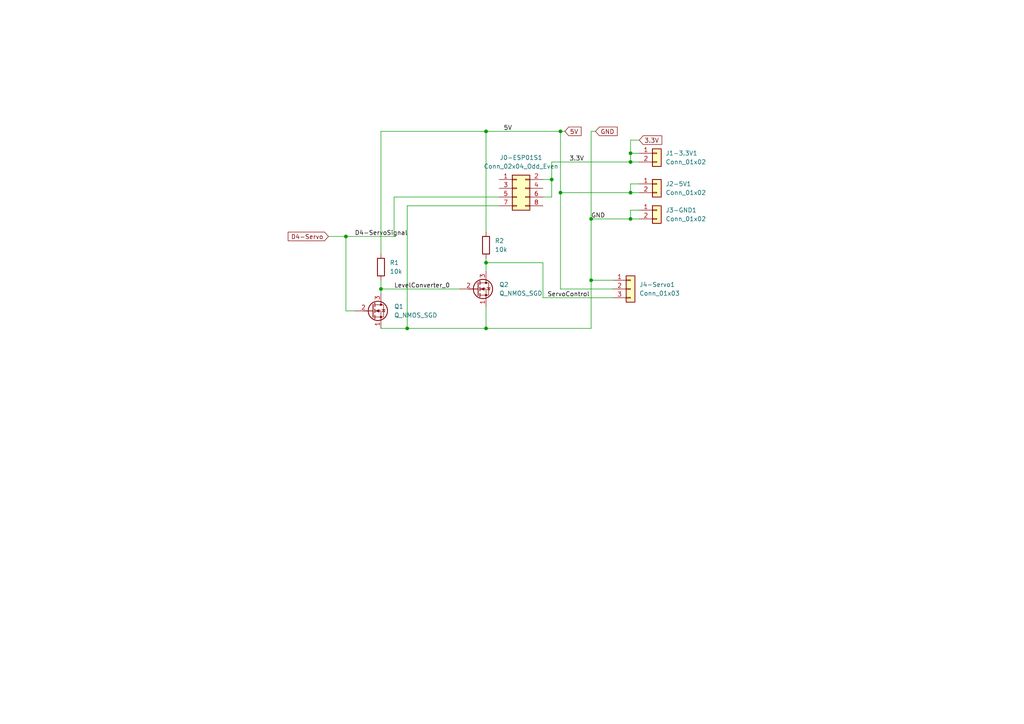
<source format=kicad_sch>
(kicad_sch (version 20230121) (generator eeschema)
  (paper "A4")
  (lib_symbols
    (symbol "Connector_Generic:Conn_01x02" (pin_names (offset 1.016) hide)
      (property "Reference" "J" (at 0 2.54 0))
      (property "Value" "Conn_01x02" (at 0 -5.08 0))
      (symbol "Conn_01x02_1_1"
        (rectangle (start -1.27 -2.413) (end 0 -2.667) (stroke (width 0.1524)))
        (rectangle (start -1.27 0.127) (end 0 -0.127) (stroke (width 0.1524)))
        (rectangle (start -1.27 1.27) (end 1.27 -3.81) (stroke (width 0.254)) (fill (type background)))
        (pin passive line (at -5.08 0 0) (length 3.81) (name "Pin_1") (number "1"))
        (pin passive line (at -5.08 -2.54 0) (length 3.81) (name "Pin_2") (number "2"))
      )
    )
    (symbol "Connector_Generic:Conn_01x03" (pin_names (offset 1.016) hide)
      (property "Reference" "J" (at 0 5.08 0))
      (property "Value" "Conn_01x03" (at 0 -5.08 0))
      (symbol "Conn_01x03_1_1"
        (rectangle (start -1.27 -2.413) (end 0 -2.667) (stroke (width 0.1524)))
        (rectangle (start -1.27 0.127) (end 0 -0.127) (stroke (width 0.1524)))
        (rectangle (start -1.27 2.667) (end 0 2.413) (stroke (width 0.1524)))
        (rectangle (start -1.27 3.81) (end 1.27 -3.81) (stroke (width 0.254)) (fill (type background)))
        (pin passive line (at -5.08 2.54 0) (length 3.81) (name "Pin_1") (number "1"))
        (pin passive line (at -5.08 0 0) (length 3.81) (name "Pin_2") (number "2"))
        (pin passive line (at -5.08 -2.54 0) (length 3.81) (name "Pin_3") (number "3"))
      )
    )
    (symbol "Connector_Generic:Conn_02x04_Odd_Even" (pin_names (offset 1.016) hide)
      (property "Reference" "J" (at 1.27 5.08 0))
      (property "Value" "Conn_02x04_Odd_Even" (at 1.27 -7.62 0))
      (symbol "Conn_02x04_Odd_Even_1_1"
        (rectangle (start -1.27 -4.953) (end 0 -5.207) (stroke (width 0.1524)))
        (rectangle (start -1.27 -2.413) (end 0 -2.667) (stroke (width 0.1524)))
        (rectangle (start -1.27 0.127) (end 0 -0.127) (stroke (width 0.1524)))
        (rectangle (start -1.27 2.667) (end 0 2.413) (stroke (width 0.1524)))
        (rectangle (start -1.27 3.81) (end 3.81 -6.35) (stroke (width 0.254)) (fill (type background)))
        (rectangle (start 3.81 -4.953) (end 2.54 -5.207) (stroke (width 0.1524)))
        (rectangle (start 3.81 -2.413) (end 2.54 -2.667) (stroke (width 0.1524)))
        (rectangle (start 3.81 0.127) (end 2.54 -0.127) (stroke (width 0.1524)))
        (rectangle (start 3.81 2.667) (end 2.54 2.413) (stroke (width 0.1524)))
        (pin passive line (at -5.08 2.54 0) (length 3.81) (name "Pin_1") (number "1"))
        (pin passive line (at 7.62 2.54 180) (length 3.81) (name "Pin_2") (number "2"))
        (pin passive line (at -5.08 0 0) (length 3.81) (name "Pin_3") (number "3"))
        (pin passive line (at 7.62 0 180) (length 3.81) (name "Pin_4") (number "4"))
        (pin passive line (at -5.08 -2.54 0) (length 3.81) (name "Pin_5") (number "5"))
        (pin passive line (at 7.62 -2.54 180) (length 3.81) (name "Pin_6") (number "6"))
        (pin passive line (at -5.08 -5.08 0) (length 3.81) (name "Pin_7") (number "7"))
        (pin passive line (at 7.62 -5.08 180) (length 3.81) (name "Pin_8") (number "8"))
      )
    )
    (symbol "Device:Q_NMOS_SGD" (pin_names (offset 0) hide)
      (property "Reference" "Q" (at 5.08 1.27 0))
      (property "Value" "Q_NMOS_SGD" (at 5.08 -1.27 0))
      (symbol "Q_NMOS_SGD_0_1"
        (polyline (pts (xy 0.254 0) (xy -2.54 0)))
        (polyline (pts (xy 0.254 1.905) (xy 0.254 -1.905)) (stroke (width 0.254)))
        (polyline (pts (xy 0.762 -1.27) (xy 0.762 -2.286)) (stroke (width 0.254)))
        (polyline (pts (xy 0.762 0.508) (xy 0.762 -0.508)) (stroke (width 0.254)))
        (polyline (pts (xy 0.762 2.286) (xy 0.762 1.27)) (stroke (width 0.254)))
        (polyline (pts (xy 2.54 2.54) (xy 2.54 1.778)))
        (polyline (pts (xy 2.54 -2.54) (xy 2.54 0) (xy 0.762 0)))
        (polyline (pts (xy 0.762 -1.778) (xy 3.302 -1.778) (xy 3.302 1.778) (xy 0.762 1.778)))
        (polyline (pts (xy 1.016 0) (xy 2.032 0.381) (xy 2.032 -0.381) (xy 1.016 0)) (fill (type outline)))
        (polyline (pts (xy 2.794 0.508) (xy 2.921 0.381) (xy 3.683 0.381) (xy 3.81 0.254)))
        (polyline (pts (xy 3.302 0.381) (xy 2.921 -0.254) (xy 3.683 -0.254) (xy 3.302 0.381)))
        (circle (center 1.651 0) (radius 2.794) (stroke (width 0.254)))
        (circle (center 2.54 -1.778) (radius 0.254) (fill (type outline)))
        (circle (center 2.54 1.778) (radius 0.254) (fill (type outline)))
      )
      (symbol "Q_NMOS_SGD_1_1"
        (pin passive line (at 2.54 -5.08 90) (length 2.54) (name "S") (number "1"))
        (pin input line (at -5.08 0 0) (length 5.08) (name "G") (number "2"))
        (pin passive line (at 2.54 5.08 270) (length 2.54) (name "D") (number "3"))
      )
    )
    (symbol "Device:R" (pin_numbers hide) (pin_names (offset 0))
      (property "Reference" "R" (at 2.032 0 90))
      (property "Value" "R" (at 0 0 90))
      (symbol "R_0_1"
        (rectangle (start -1.016 -2.54) (end 1.016 2.54) (stroke (width 0.254)))
      )
      (symbol "R_1_1"
        (pin passive line (at 0 3.81 270) (length 1.27) (name "~") (number "1"))
        (pin passive line (at 0 -3.81 90) (length 1.27) (name "~") (number "2"))
      )
    )
  )
  (junction (at 100.33 68.58))
  (junction (at 140.97 76.2))
  (junction (at 171.45 81.28))
  (junction (at 140.97 38.1))
  (junction (at 182.88 55.88))
  (junction (at 162.56 38.1))
  (junction (at 140.97 95.25))
  (junction (at 160.02 52.07))
  (junction (at 118.11 95.25))
  (junction (at 110.49 83.82))
  (junction (at 162.56 55.88))
  (junction (at 171.45 63.5))
  (junction (at 182.88 46.99))
  (junction (at 182.88 44.45))
  (junction (at 182.88 63.5))
  (wire (pts (xy 157.48 52.07) (xy 160.02 52.07)))
  (wire (pts (xy 100.33 68.58) (xy 114.3 68.58)))
  (wire (pts (xy 177.8 83.82) (xy 162.56 83.82)))
  (wire (pts (xy 118.11 59.69) (xy 118.11 95.25)))
  (wire (pts (xy 157.48 57.15) (xy 160.02 57.15)))
  (wire (pts (xy 171.45 95.25) (xy 171.45 81.28)))
  (wire (pts (xy 140.97 76.2) (xy 140.97 78.74)))
  (wire (pts (xy 157.48 76.2) (xy 157.48 86.36)))
  (wire (pts (xy 140.97 74.93) (xy 140.97 76.2)))
  (wire (pts (xy 133.35 83.82) (xy 110.49 83.82)))
  (wire (pts (xy 182.88 53.34) (xy 182.88 55.88)))
  (wire (pts (xy 140.97 95.25) (xy 171.45 95.25)))
  (wire (pts (xy 182.88 60.96) (xy 185.42 60.96)))
  (wire (pts (xy 157.48 76.2) (xy 140.97 76.2)))
  (wire (pts (xy 171.45 38.1) (xy 171.45 63.5)))
  (wire (pts (xy 171.45 63.5) (xy 182.88 63.5)))
  (wire (pts (xy 162.56 55.88) (xy 182.88 55.88)))
  (wire (pts (xy 140.97 88.9) (xy 140.97 95.25)))
  (wire (pts (xy 102.87 90.17) (xy 100.33 90.17)))
  (wire (pts (xy 185.42 46.99) (xy 182.88 46.99)))
  (wire (pts (xy 160.02 57.15) (xy 160.02 52.07)))
  (wire (pts (xy 110.49 38.1) (xy 140.97 38.1)))
  (wire (pts (xy 171.45 63.5) (xy 171.45 81.28)))
  (wire (pts (xy 177.8 86.36) (xy 157.48 86.36)))
  (wire (pts (xy 144.78 57.15) (xy 114.3 57.15)))
  (wire (pts (xy 110.49 95.25) (xy 118.11 95.25)))
  (wire (pts (xy 171.45 38.1) (xy 172.72 38.1)))
  (wire (pts (xy 110.49 83.82) (xy 110.49 81.28)))
  (wire (pts (xy 185.42 44.45) (xy 182.88 44.45)))
  (wire (pts (xy 185.42 40.64) (xy 182.88 40.64)))
  (wire (pts (xy 160.02 46.99) (xy 160.02 52.07)))
  (wire (pts (xy 118.11 95.25) (xy 140.97 95.25)))
  (wire (pts (xy 182.88 63.5) (xy 185.42 63.5)))
  (wire (pts (xy 182.88 40.64) (xy 182.88 44.45)))
  (wire (pts (xy 162.56 55.88) (xy 162.56 83.82)))
  (wire (pts (xy 160.02 46.99) (xy 182.88 46.99)))
  (wire (pts (xy 114.3 57.15) (xy 114.3 68.58)))
  (wire (pts (xy 95.25 68.58) (xy 100.33 68.58)))
  (wire (pts (xy 162.56 38.1) (xy 163.83 38.1)))
  (wire (pts (xy 162.56 38.1) (xy 162.56 55.88)))
  (wire (pts (xy 185.42 53.34) (xy 182.88 53.34)))
  (wire (pts (xy 182.88 60.96) (xy 182.88 63.5)))
  (wire (pts (xy 110.49 83.82) (xy 110.49 85.09)))
  (wire (pts (xy 100.33 90.17) (xy 100.33 68.58)))
  (wire (pts (xy 171.45 81.28) (xy 177.8 81.28)))
  (wire (pts (xy 140.97 38.1) (xy 140.97 67.31)))
  (wire (pts (xy 140.97 38.1) (xy 162.56 38.1)))
  (wire (pts (xy 110.49 38.1) (xy 110.49 73.66)))
  (wire (pts (xy 118.11 59.69) (xy 144.78 59.69)))
  (wire (pts (xy 182.88 55.88) (xy 185.42 55.88)))
  (wire (pts (xy 182.88 44.45) (xy 182.88 46.99)))
  (label "ServoControl" (at 158.75 86.36 0))
  (label "GND" (at 171.45 63.5 0))
  (label "5V" (at 146.05 38.1 0))
  (label "LevelConverter_0" (at 114.3 83.82 0))
  (label "D4-ServoSignal" (at 102.87 68.58 0))
  (label "3.3V" (at 165.1 46.99 0))
  (global_label "5V" (shape input) (at 163.83 38.1 0) (property "Intersheetrefs" "${INTERSHEET_REFS}" (effects hide)))
  (global_label "3.3V" (shape input) (at 185.42 40.64 0) (property "Intersheetrefs" "${INTERSHEET_REFS}" (effects hide)))
  (global_label "GND" (shape input) (at 172.72 38.1 0) (property "Intersheetrefs" "${INTERSHEET_REFS}" (effects hide)))
  (global_label "D4-Servo" (shape input) (at 95.25 68.58 180) (property "Intersheetrefs" "${INTERSHEET_REFS}" (effects hide)))
  (symbol (lib_id "Connector_Generic:Conn_01x02") (at 190.5 44.45 0) (unit 1)
    (property "Reference" "J1-3.3V1" (at 193.04 44.45 0) (effects (justify left)))
    (property "Value" "Conn_01x02" (at 193.04 46.99 0) (effects (justify left)))
    (property "Footprint" "RustyRailways_Lib:01x02_TerminalBlock" (effects hide))
  )
  (symbol (lib_id "Connector_Generic:Conn_02x04_Odd_Even") (at 149.86 54.61 0) (unit 1)
    (property "Reference" "J0-ESP01S1" (at 151.13 45.72 0))
    (property "Value" "Conn_02x04_Odd_Even" (at 151.13 48.26 0))
    (property "Footprint" "RustyRailways_Lib:ESP01" (effects hide))
  )
  (symbol (lib_id "Device:R") (at 140.97 71.12 0) (unit 1)
    (property "Reference" "R2" (at 143.51 69.8499 0) (effects (justify left)))
    (property "Value" "10k" (at 143.51 72.3899 0) (effects (justify left)))
    (property "Footprint" "Resistor_THT:R_Axial_DIN0204_L3.6mm_D1.6mm_P2.54mm_Vertical" (effects hide))
  )
  (symbol (lib_id "Connector_Generic:Conn_01x03") (at 182.88 83.82 0) (unit 1)
    (property "Reference" "J4-Servo1" (at 185.42 82.55 0) (effects (justify left)))
    (property "Value" "Conn_01x03" (at 185.42 85.09 0) (effects (justify left)))
    (property "Footprint" "Connector_PinHeader_2.54mm:PinHeader_1x03_P2.54mm_Vertical" (effects hide))
  )
  (symbol (lib_id "Connector_Generic:Conn_01x02") (at 190.5 53.34 0) (unit 1)
    (property "Reference" "J2-5V1" (at 193.04 53.34 0) (effects (justify left)))
    (property "Value" "Conn_01x02" (at 193.04 55.88 0) (effects (justify left)))
    (property "Footprint" "RustyRailways_Lib:01x02_TerminalBlock" (effects hide))
  )
  (symbol (lib_id "Device:Q_NMOS_SGD") (at 138.43 83.82 0) (unit 1)
    (property "Reference" "Q2" (at 144.78 82.55 0) (effects (justify left)))
    (property "Value" "Q_NMOS_SGD" (at 144.78 85.09 0) (effects (justify left)))
    (property "Footprint" "Connector_PinHeader_2.54mm:PinHeader_1x03_P2.54mm_Vertical" (effects hide))
  )
  (symbol (lib_id "Device:Q_NMOS_SGD") (at 107.95 90.17 0) (unit 1)
    (property "Reference" "Q1" (at 114.3 88.9 0) (effects (justify left)))
    (property "Value" "Q_NMOS_SGD" (at 114.3 91.44 0) (effects (justify left)))
    (property "Footprint" "Connector_PinHeader_2.54mm:PinHeader_1x03_P2.54mm_Vertical" (effects hide))
  )
  (symbol (lib_id "Device:R") (at 110.49 77.47 0) (unit 1)
    (property "Reference" "R1" (at 113.03 76.1999 0) (effects (justify left)))
    (property "Value" "10k" (at 113.03 78.7399 0) (effects (justify left)))
    (property "Footprint" "Resistor_THT:R_Axial_DIN0204_L3.6mm_D1.6mm_P2.54mm_Vertical" (effects hide))
  )
  (symbol (lib_id "Connector_Generic:Conn_01x02") (at 190.5 60.96 0) (unit 1)
    (property "Reference" "J3-GND1" (at 193.04 60.96 0) (effects (justify left)))
    (property "Value" "Conn_01x02" (at 193.04 63.5 0) (effects (justify left)))
    (property "Footprint" "RustyRailways_Lib:01x02_TerminalBlock" (effects hide))
  )
)
</source>
